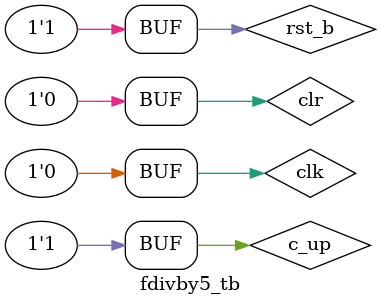
<source format=v>
module rgst (
	input clk, clr, ld,
	input [2:0] d,
	output reg [2:0] q
);

	always @(posedge clk or negedge clr) begin
		if (!clr)
			q <= 3'b000;
		else if (ld)
			q <= d;
		else
			q <= q;
	end
endmodule

module fdivby5 (
	input clk, c_up, clr,
	output fdclk
);

	wire[2:0] q;
	rgst uut (
		.clk (clk),
		.clr (clr | q[2]),
		.ld (c_up),
		.d({q[2] ^ (q[1] & q[0]), q[0] ^ q[1], ~q[0]}),
		.q(q)
	);
	
	assign fdclk = ~(q[2] | q[1] | q[0]);

endmodule

module fdivby5_tb;

	reg clk, c_up, clr, rst_b;
	wire fdclk;
	
	localparam CLK_PERIOD = 100;
	localparam RST_PULSE = 25;
	localparam CLK_CYCLES = 15;
	
	fdivby5 cut (
		.clk(clk),
		.c_up(c_up),
		.clr(clr),
		.fdclk(fdclk)
	);

	initial begin
		clk = 1'b0;
		repeat (CLK_CYCLES * 2) #(CLK_PERIOD / 2) clk = ~clk;
	end
	
	initial begin
		rst_b = 1'b0;
		#(RST_PULSE) rst_b = 1'b1;
	end
	
	initial begin
		clr = 1'b0;
		c_up = 1'b1;
		#(6 * CLK_PERIOD) clr = 1'b1;
		#(CLK_PERIOD) clr = 1'b0;
		#(5 * CLK_PERIOD) clr = 1'b1;
		#(CLK_PERIOD) clr = 1'b0;
	end
endmodule

</source>
